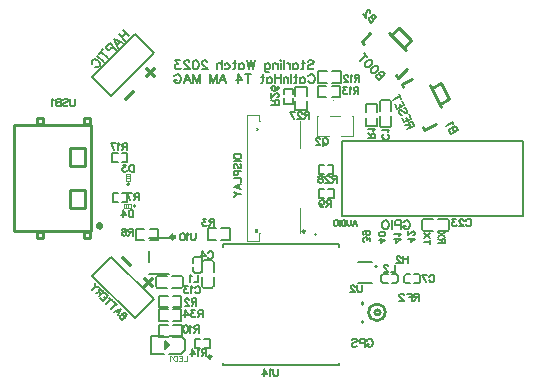
<source format=gbo>
G04 Layer: BottomSilkscreenLayer*
G04 Panelize: , Column: 1, Row: 1, Board Size: 43.14mm x 33.02mm, Panelized Board Size: 43.14mm x 33.02mm*
G04 EasyEDA v6.5.39, 2023-12-15 19:25:59*
G04 3b811ad68a954a9fa16293bbb790c8b3,9a4ed40c0dd746429eaf55b84663d2fb,10*
G04 Gerber Generator version 0.2*
G04 Scale: 100 percent, Rotated: No, Reflected: No *
G04 Dimensions in millimeters *
G04 leading zeros omitted , absolute positions ,4 integer and 5 decimal *
%FSLAX45Y45*%
%MOMM*%

%ADD10C,0.1270*%
%ADD11C,0.1524*%
%ADD12C,0.3000*%
%ADD13C,0.1000*%
%ADD14C,0.0500*%
%ADD15C,0.1520*%
%ADD16C,0.1250*%
%ADD17C,0.0100*%
%ADD18C,0.1500*%
%ADD19C,0.2540*%
%ADD20C,0.2500*%
%ADD21C,0.0136*%

%LPD*%
D10*
X1209073Y-634337D02*
G01*
X1212253Y-627974D01*
X1218618Y-621609D01*
X1224981Y-618426D01*
X1237708Y-618426D01*
X1244071Y-621609D01*
X1250436Y-627974D01*
X1253616Y-634337D01*
X1256799Y-643882D01*
X1256799Y-659790D01*
X1253616Y-669335D01*
X1250436Y-675700D01*
X1244071Y-682063D01*
X1237708Y-685246D01*
X1224981Y-685246D01*
X1218618Y-682063D01*
X1212253Y-675700D01*
X1209073Y-669335D01*
X1209073Y-659790D01*
X1224981Y-659790D02*
G01*
X1209073Y-659790D01*
X1188072Y-618426D02*
G01*
X1188072Y-685246D01*
X1188072Y-618426D02*
G01*
X1159436Y-618426D01*
X1149891Y-621609D01*
X1146708Y-624791D01*
X1143528Y-631154D01*
X1143528Y-640699D01*
X1146708Y-647064D01*
X1149891Y-650245D01*
X1159436Y-653427D01*
X1188072Y-653427D01*
X1077981Y-627974D02*
G01*
X1084346Y-621609D01*
X1093891Y-618426D01*
X1106617Y-618426D01*
X1116162Y-621609D01*
X1122527Y-627974D01*
X1122527Y-634337D01*
X1119344Y-640699D01*
X1116162Y-643882D01*
X1109799Y-647064D01*
X1090709Y-653427D01*
X1084346Y-656610D01*
X1081163Y-659790D01*
X1077981Y-666155D01*
X1077981Y-675700D01*
X1084346Y-682063D01*
X1093891Y-685246D01*
X1106617Y-685246D01*
X1116162Y-682063D01*
X1122527Y-675700D01*
D11*
X1361099Y1620199D02*
G01*
X1313853Y1572953D01*
X1361099Y1620199D02*
G01*
X1340850Y1640448D01*
X1331851Y1644949D01*
X1327353Y1644949D01*
X1320601Y1642699D01*
X1316103Y1638200D01*
X1313853Y1631449D01*
X1313853Y1626951D01*
X1318351Y1617952D01*
X1338602Y1597703D02*
G01*
X1318351Y1617952D01*
X1309352Y1622450D01*
X1304853Y1622450D01*
X1298102Y1620199D01*
X1291353Y1613451D01*
X1289103Y1606702D01*
X1289103Y1602201D01*
X1293604Y1593202D01*
X1313853Y1572953D01*
X1301254Y1680047D02*
G01*
X1303502Y1673298D01*
X1303502Y1664299D01*
X1301254Y1657548D01*
X1296753Y1648548D01*
X1285504Y1637299D01*
X1276504Y1632800D01*
X1269756Y1630550D01*
X1260756Y1630550D01*
X1254005Y1632800D01*
X1245006Y1641800D01*
X1242755Y1648548D01*
X1242755Y1657548D01*
X1245006Y1664299D01*
X1249507Y1673298D01*
X1260756Y1684548D01*
X1269756Y1689046D01*
X1276504Y1691297D01*
X1285504Y1691297D01*
X1292252Y1689046D01*
X1301254Y1680047D01*
X1250406Y1730895D02*
G01*
X1252656Y1724144D01*
X1252656Y1715145D01*
X1250406Y1708396D01*
X1245905Y1699397D01*
X1234655Y1688147D01*
X1225656Y1683646D01*
X1218907Y1681398D01*
X1209908Y1681398D01*
X1203159Y1683646D01*
X1194158Y1692645D01*
X1191910Y1699397D01*
X1191910Y1708396D01*
X1194158Y1715145D01*
X1198659Y1724144D01*
X1209908Y1735394D01*
X1218907Y1739894D01*
X1225656Y1742145D01*
X1234655Y1742145D01*
X1241407Y1739894D01*
X1250406Y1730895D01*
X1197310Y1783991D02*
G01*
X1150061Y1736745D01*
X1213058Y1768243D02*
G01*
X1181559Y1799742D01*
D10*
X705406Y1728878D02*
G01*
X712678Y1736153D01*
X723587Y1739788D01*
X738134Y1739788D01*
X749043Y1736153D01*
X756315Y1728878D01*
X756315Y1721606D01*
X752678Y1714334D01*
X749043Y1710697D01*
X741768Y1707062D01*
X719952Y1699788D01*
X712678Y1696153D01*
X709043Y1692516D01*
X705406Y1685244D01*
X705406Y1674334D01*
X712678Y1667062D01*
X723587Y1663425D01*
X738134Y1663425D01*
X749043Y1667062D01*
X756315Y1674334D01*
X670496Y1739788D02*
G01*
X670496Y1677972D01*
X666861Y1667062D01*
X659587Y1663425D01*
X652315Y1663425D01*
X681405Y1714334D02*
G01*
X655952Y1714334D01*
X584680Y1714334D02*
G01*
X584680Y1663425D01*
X584680Y1703425D02*
G01*
X591952Y1710697D01*
X599224Y1714334D01*
X610133Y1714334D01*
X617405Y1710697D01*
X624679Y1703425D01*
X628314Y1692516D01*
X628314Y1685244D01*
X624679Y1674334D01*
X617405Y1667062D01*
X610133Y1663425D01*
X599224Y1663425D01*
X591952Y1667062D01*
X584680Y1674334D01*
X560679Y1714334D02*
G01*
X560679Y1663425D01*
X560679Y1692516D02*
G01*
X557042Y1703425D01*
X549770Y1710697D01*
X542498Y1714334D01*
X531588Y1714334D01*
X507588Y1739788D02*
G01*
X507588Y1663425D01*
X483588Y1739788D02*
G01*
X479953Y1736153D01*
X476316Y1739788D01*
X479953Y1743425D01*
X483588Y1739788D01*
X479953Y1714334D02*
G01*
X479953Y1663425D01*
X452315Y1714334D02*
G01*
X452315Y1663425D01*
X452315Y1699788D02*
G01*
X441406Y1710697D01*
X434134Y1714334D01*
X423224Y1714334D01*
X415952Y1710697D01*
X412315Y1699788D01*
X412315Y1663425D01*
X344680Y1714334D02*
G01*
X344680Y1656153D01*
X348315Y1645244D01*
X351952Y1641607D01*
X359224Y1637972D01*
X370133Y1637972D01*
X377405Y1641607D01*
X344680Y1703425D02*
G01*
X351952Y1710697D01*
X359224Y1714334D01*
X370133Y1714334D01*
X377405Y1710697D01*
X384680Y1703425D01*
X388315Y1692516D01*
X388315Y1685244D01*
X384680Y1674334D01*
X377405Y1667062D01*
X370133Y1663425D01*
X359224Y1663425D01*
X351952Y1667062D01*
X344680Y1674334D01*
X264680Y1739788D02*
G01*
X246499Y1663425D01*
X228315Y1739788D02*
G01*
X246499Y1663425D01*
X228315Y1739788D02*
G01*
X210134Y1663425D01*
X191952Y1739788D02*
G01*
X210134Y1663425D01*
X124317Y1714334D02*
G01*
X124317Y1663425D01*
X124317Y1703425D02*
G01*
X131589Y1710697D01*
X138861Y1714334D01*
X149771Y1714334D01*
X157043Y1710697D01*
X164317Y1703425D01*
X167952Y1692516D01*
X167952Y1685244D01*
X164317Y1674334D01*
X157043Y1667062D01*
X149771Y1663425D01*
X138861Y1663425D01*
X131589Y1667062D01*
X124317Y1674334D01*
X89408Y1739788D02*
G01*
X89408Y1677972D01*
X85770Y1667062D01*
X78498Y1663425D01*
X71226Y1663425D01*
X100317Y1714334D02*
G01*
X74861Y1714334D01*
X3589Y1703425D02*
G01*
X10863Y1710697D01*
X18135Y1714334D01*
X29044Y1714334D01*
X36316Y1710697D01*
X43588Y1703425D01*
X47226Y1692516D01*
X47226Y1685244D01*
X43588Y1674334D01*
X36316Y1667062D01*
X29044Y1663425D01*
X18135Y1663425D01*
X10863Y1667062D01*
X3589Y1674334D01*
X-20411Y1739788D02*
G01*
X-20411Y1663425D01*
X-20411Y1699788D02*
G01*
X-31318Y1710697D01*
X-38592Y1714334D01*
X-49502Y1714334D01*
X-56774Y1710697D01*
X-60411Y1699788D01*
X-60411Y1663425D01*
X-144045Y1721606D02*
G01*
X-144045Y1725244D01*
X-147683Y1732516D01*
X-151317Y1736153D01*
X-158592Y1739788D01*
X-173136Y1739788D01*
X-180411Y1736153D01*
X-184045Y1732516D01*
X-187683Y1725244D01*
X-187683Y1717972D01*
X-184045Y1710697D01*
X-176773Y1699788D01*
X-140411Y1663425D01*
X-191317Y1663425D01*
X-237136Y1739788D02*
G01*
X-226227Y1736153D01*
X-218955Y1725244D01*
X-215318Y1707062D01*
X-215318Y1696153D01*
X-218955Y1677972D01*
X-226227Y1667062D01*
X-237136Y1663425D01*
X-244408Y1663425D01*
X-255318Y1667062D01*
X-262592Y1677972D01*
X-266227Y1696153D01*
X-266227Y1707062D01*
X-262592Y1725244D01*
X-255318Y1736153D01*
X-244408Y1739788D01*
X-237136Y1739788D01*
X-293865Y1721606D02*
G01*
X-293865Y1725244D01*
X-297500Y1732516D01*
X-301137Y1736153D01*
X-308409Y1739788D01*
X-322955Y1739788D01*
X-330227Y1736153D01*
X-333865Y1732516D01*
X-337499Y1725244D01*
X-337499Y1717972D01*
X-333865Y1710697D01*
X-326590Y1699788D01*
X-290228Y1663425D01*
X-341137Y1663425D01*
X-372409Y1739788D02*
G01*
X-412409Y1739788D01*
X-390591Y1710697D01*
X-401500Y1710697D01*
X-408772Y1707062D01*
X-412409Y1703425D01*
X-416046Y1692516D01*
X-416046Y1685244D01*
X-412409Y1674334D01*
X-405137Y1667062D01*
X-394228Y1663425D01*
X-383319Y1663425D01*
X-372409Y1667062D01*
X-368772Y1670697D01*
X-365137Y1677972D01*
X711951Y1604241D02*
G01*
X715589Y1611513D01*
X722861Y1618787D01*
X730135Y1622422D01*
X744679Y1622422D01*
X751951Y1618787D01*
X759226Y1611513D01*
X762861Y1604241D01*
X766498Y1593331D01*
X766498Y1575150D01*
X762861Y1564241D01*
X759226Y1556969D01*
X751951Y1549696D01*
X744679Y1546059D01*
X730135Y1546059D01*
X722861Y1549696D01*
X715589Y1556969D01*
X711951Y1564241D01*
X644316Y1596969D02*
G01*
X644316Y1546059D01*
X644316Y1586059D02*
G01*
X651588Y1593331D01*
X658863Y1596969D01*
X669770Y1596969D01*
X677044Y1593331D01*
X684316Y1586059D01*
X687953Y1575150D01*
X687953Y1567878D01*
X684316Y1556969D01*
X677044Y1549696D01*
X669770Y1546059D01*
X658863Y1546059D01*
X651588Y1549696D01*
X644316Y1556969D01*
X609406Y1622422D02*
G01*
X609406Y1560606D01*
X605772Y1549696D01*
X598498Y1546059D01*
X591225Y1546059D01*
X620316Y1596969D02*
G01*
X594862Y1596969D01*
X567225Y1622422D02*
G01*
X567225Y1546059D01*
X543227Y1596969D02*
G01*
X543227Y1546059D01*
X543227Y1582422D02*
G01*
X532317Y1593331D01*
X525043Y1596969D01*
X514134Y1596969D01*
X506862Y1593331D01*
X503227Y1582422D01*
X503227Y1546059D01*
X479226Y1622422D02*
G01*
X479226Y1546059D01*
X428317Y1622422D02*
G01*
X428317Y1546059D01*
X479226Y1586059D02*
G01*
X428317Y1586059D01*
X360679Y1596969D02*
G01*
X360679Y1546059D01*
X360679Y1586059D02*
G01*
X367954Y1593331D01*
X375226Y1596969D01*
X386135Y1596969D01*
X393407Y1593331D01*
X400679Y1586059D01*
X404317Y1575150D01*
X404317Y1567878D01*
X400679Y1556969D01*
X393407Y1549696D01*
X386135Y1546059D01*
X375226Y1546059D01*
X367954Y1549696D01*
X360679Y1556969D01*
X325772Y1622422D02*
G01*
X325772Y1560606D01*
X322135Y1549696D01*
X314863Y1546059D01*
X307588Y1546059D01*
X336682Y1596969D02*
G01*
X311226Y1596969D01*
X202135Y1622422D02*
G01*
X202135Y1546059D01*
X227589Y1622422D02*
G01*
X176682Y1622422D01*
X116316Y1622422D02*
G01*
X152681Y1571513D01*
X98135Y1571513D01*
X116316Y1622422D02*
G01*
X116316Y1546059D01*
X-10955Y1622422D02*
G01*
X18135Y1546059D01*
X-10955Y1622422D02*
G01*
X-40045Y1546059D01*
X7226Y1571513D02*
G01*
X-29136Y1571513D01*
X-64046Y1622422D02*
G01*
X-64046Y1546059D01*
X-64046Y1622422D02*
G01*
X-93136Y1546059D01*
X-122227Y1622422D02*
G01*
X-93136Y1546059D01*
X-122227Y1622422D02*
G01*
X-122227Y1546059D01*
X-202227Y1622422D02*
G01*
X-202227Y1546059D01*
X-202227Y1622422D02*
G01*
X-231317Y1546059D01*
X-260408Y1622422D02*
G01*
X-231317Y1546059D01*
X-260408Y1622422D02*
G01*
X-260408Y1546059D01*
X-313499Y1622422D02*
G01*
X-284408Y1546059D01*
X-313499Y1622422D02*
G01*
X-342590Y1546059D01*
X-295318Y1571513D02*
G01*
X-331680Y1571513D01*
X-421134Y1604241D02*
G01*
X-417499Y1611513D01*
X-410227Y1618787D01*
X-402953Y1622422D01*
X-388409Y1622422D01*
X-381134Y1618787D01*
X-373862Y1611513D01*
X-370227Y1604241D01*
X-366590Y1593331D01*
X-366590Y1575150D01*
X-370227Y1564241D01*
X-373862Y1556969D01*
X-381134Y1549696D01*
X-388409Y1546059D01*
X-402953Y1546059D01*
X-410227Y1549696D01*
X-417499Y1556969D01*
X-421134Y1564241D01*
X-421134Y1575150D01*
X-402953Y1575150D02*
G01*
X-421134Y1575150D01*
D11*
X1609732Y1185148D02*
G01*
X1549676Y1155857D01*
X1609732Y1185148D02*
G01*
X1597179Y1210886D01*
X1590136Y1218072D01*
X1585879Y1219537D01*
X1578767Y1219606D01*
X1573047Y1216817D01*
X1568724Y1211168D01*
X1567258Y1206914D01*
X1568582Y1196939D01*
X1581134Y1171201D01*
X1571370Y1191219D02*
G01*
X1530149Y1195895D01*
X1581000Y1244061D02*
G01*
X1520944Y1214770D01*
X1581000Y1244061D02*
G01*
X1562867Y1281239D01*
X1552402Y1230111D02*
G01*
X1541244Y1252989D01*
X1520944Y1214770D02*
G01*
X1502811Y1251945D01*
X1525557Y1335966D02*
G01*
X1534063Y1333035D01*
X1541109Y1325852D01*
X1546689Y1314411D01*
X1548013Y1304437D01*
X1545081Y1295928D01*
X1539364Y1293139D01*
X1532249Y1293207D01*
X1527992Y1294673D01*
X1522343Y1298999D01*
X1508257Y1313367D01*
X1502605Y1317693D01*
X1498353Y1319159D01*
X1491236Y1319227D01*
X1482658Y1315041D01*
X1479727Y1306535D01*
X1481053Y1296560D01*
X1486634Y1285120D01*
X1493674Y1277937D01*
X1502186Y1275006D01*
X1524929Y1359024D02*
G01*
X1464873Y1329733D01*
X1524929Y1359024D02*
G01*
X1506796Y1396202D01*
X1496331Y1345077D02*
G01*
X1485171Y1367955D01*
X1464873Y1329733D02*
G01*
X1446738Y1366911D01*
X1487827Y1435094D02*
G01*
X1427772Y1405806D01*
X1497589Y1415077D02*
G01*
X1478064Y1455112D01*
D10*
X1870443Y190799D02*
G01*
X1813168Y190799D01*
X1870443Y190799D02*
G01*
X1870443Y215346D01*
X1867715Y223527D01*
X1864987Y226253D01*
X1859534Y228980D01*
X1854078Y228980D01*
X1848624Y226253D01*
X1845896Y223527D01*
X1843168Y215346D01*
X1843168Y190799D01*
X1843168Y209890D02*
G01*
X1813168Y228980D01*
X1870443Y246981D02*
G01*
X1813168Y285163D01*
X1870443Y285163D02*
G01*
X1813168Y246981D01*
X1745343Y201190D02*
G01*
X1688068Y201190D01*
X1745343Y182100D02*
G01*
X1745343Y220281D01*
X1745343Y238282D02*
G01*
X1688068Y276463D01*
X1745343Y276463D02*
G01*
X1688068Y238282D01*
X1616341Y225272D02*
G01*
X1578160Y198000D01*
X1578160Y238909D01*
X1616341Y225272D02*
G01*
X1559067Y225272D01*
X1602704Y259636D02*
G01*
X1605432Y259636D01*
X1610885Y262364D01*
X1613613Y265092D01*
X1616341Y270545D01*
X1616341Y281454D01*
X1613613Y286910D01*
X1610885Y289636D01*
X1605432Y292364D01*
X1599976Y292364D01*
X1594523Y289636D01*
X1586341Y284182D01*
X1559067Y256910D01*
X1559067Y295092D01*
X1493039Y223474D02*
G01*
X1454858Y196202D01*
X1454858Y237111D01*
X1493039Y223474D02*
G01*
X1435765Y223474D01*
X1482130Y255112D02*
G01*
X1484858Y260565D01*
X1493039Y268747D01*
X1435765Y268747D01*
X1364340Y219870D02*
G01*
X1326159Y192598D01*
X1326159Y233507D01*
X1364340Y219870D02*
G01*
X1307066Y219870D01*
X1364340Y267870D02*
G01*
X1361612Y259689D01*
X1353431Y254233D01*
X1339794Y251508D01*
X1331612Y251508D01*
X1317975Y254233D01*
X1309794Y259689D01*
X1307066Y267870D01*
X1307066Y273324D01*
X1309794Y281508D01*
X1317975Y286961D01*
X1331612Y289689D01*
X1339794Y289689D01*
X1353431Y286961D01*
X1361612Y281508D01*
X1364340Y273324D01*
X1364340Y267870D01*
X1233540Y208854D02*
G01*
X1233540Y238853D01*
X1211722Y222491D01*
X1211722Y230672D01*
X1208994Y236128D01*
X1206266Y238853D01*
X1198084Y241581D01*
X1192631Y241581D01*
X1184450Y238853D01*
X1178994Y233400D01*
X1176266Y225219D01*
X1176266Y217037D01*
X1178994Y208854D01*
X1181722Y206128D01*
X1187175Y203400D01*
X1214450Y295036D02*
G01*
X1206266Y292310D01*
X1200812Y286854D01*
X1198084Y278673D01*
X1198084Y275945D01*
X1200812Y267764D01*
X1206266Y262310D01*
X1214450Y259582D01*
X1217175Y259582D01*
X1225359Y262310D01*
X1230812Y267764D01*
X1233540Y275945D01*
X1233540Y278673D01*
X1230812Y286854D01*
X1225359Y292310D01*
X1214450Y295036D01*
X1200812Y295036D01*
X1187175Y292310D01*
X1178994Y286854D01*
X1176266Y278673D01*
X1176266Y273217D01*
X1178994Y265036D01*
X1184450Y262310D01*
D12*
X-668688Y-170893D02*
G01*
X-610834Y-113040D01*
X-668688Y-113040D02*
G01*
X-610834Y-170893D01*
X-856693Y66804D02*
G01*
X-798840Y8950D01*
X-592294Y1604403D02*
G01*
X-650148Y1662264D01*
X-650148Y1604403D02*
G01*
X-592294Y1662264D01*
X-829995Y1416400D02*
G01*
X-772142Y1474251D01*
D11*
X1517449Y367644D02*
G01*
X1521086Y374916D01*
X1528358Y382191D01*
X1535633Y385826D01*
X1550177Y385826D01*
X1557449Y382191D01*
X1564723Y374916D01*
X1568358Y367644D01*
X1571995Y356735D01*
X1571995Y338554D01*
X1568358Y327644D01*
X1564723Y320372D01*
X1557449Y313100D01*
X1550177Y309463D01*
X1535633Y309463D01*
X1528358Y313100D01*
X1521086Y320372D01*
X1517449Y327644D01*
X1517449Y338554D01*
X1535633Y338554D02*
G01*
X1517449Y338554D01*
X1493451Y385826D02*
G01*
X1493451Y309463D01*
X1493451Y385826D02*
G01*
X1460723Y385826D01*
X1449814Y382191D01*
X1446176Y378553D01*
X1442542Y371281D01*
X1442542Y360372D01*
X1446176Y353100D01*
X1449814Y349463D01*
X1460723Y345826D01*
X1493451Y345826D01*
X1418541Y385826D02*
G01*
X1418541Y309463D01*
X1372722Y385826D02*
G01*
X1379997Y382191D01*
X1387269Y374916D01*
X1390906Y367644D01*
X1394541Y356735D01*
X1394541Y338554D01*
X1390906Y327644D01*
X1387269Y320372D01*
X1379997Y313100D01*
X1372722Y309463D01*
X1358178Y309463D01*
X1350906Y313100D01*
X1343632Y320372D01*
X1339997Y327644D01*
X1336360Y338554D01*
X1336360Y356735D01*
X1339997Y367644D01*
X1343632Y374916D01*
X1350906Y382191D01*
X1358178Y385826D01*
X1372722Y385826D01*
D10*
X1555856Y83205D02*
G01*
X1555856Y22593D01*
X1515447Y83205D02*
G01*
X1515447Y22593D01*
X1555856Y54343D02*
G01*
X1515447Y54343D01*
X1493512Y68773D02*
G01*
X1493512Y71661D01*
X1490624Y77434D01*
X1487738Y80319D01*
X1481965Y83205D01*
X1470421Y83205D01*
X1464647Y80319D01*
X1461762Y77434D01*
X1458874Y71661D01*
X1458874Y65887D01*
X1461762Y60114D01*
X1467533Y51455D01*
X1496397Y22593D01*
X1455988Y22593D01*
D11*
X1105616Y388553D02*
G01*
X1123797Y340827D01*
X1105616Y388553D02*
G01*
X1087434Y340827D01*
X1116980Y356735D02*
G01*
X1094252Y356735D01*
X1072433Y388553D02*
G01*
X1072433Y354462D01*
X1070160Y347644D01*
X1065616Y343098D01*
X1058799Y340827D01*
X1054252Y340827D01*
X1047435Y343098D01*
X1042888Y347644D01*
X1040615Y354462D01*
X1040615Y388553D01*
X1025616Y388553D02*
G01*
X1025616Y340827D01*
X1025616Y388553D02*
G01*
X1009705Y388553D01*
X1002888Y386280D01*
X998344Y381736D01*
X996071Y377189D01*
X993797Y370372D01*
X993797Y359008D01*
X996071Y352191D01*
X998344Y347644D01*
X1002888Y343098D01*
X1009705Y340827D01*
X1025616Y340827D01*
X978799Y388553D02*
G01*
X978799Y340827D01*
X950160Y388553D02*
G01*
X954707Y386280D01*
X959251Y381736D01*
X961524Y377189D01*
X963797Y370372D01*
X963797Y359008D01*
X961524Y352191D01*
X959251Y347644D01*
X954707Y343098D01*
X950160Y340827D01*
X941070Y340827D01*
X936525Y343098D01*
X931979Y347644D01*
X929706Y352191D01*
X927435Y359008D01*
X927435Y370372D01*
X929706Y377189D01*
X931979Y381736D01*
X936525Y386280D01*
X941070Y388553D01*
X950160Y388553D01*
X-821187Y-418886D02*
G01*
X-861684Y-459384D01*
X-821187Y-418886D02*
G01*
X-838542Y-401530D01*
X-846256Y-397672D01*
X-850112Y-397672D01*
X-855898Y-399600D01*
X-859756Y-403458D01*
X-861684Y-409244D01*
X-861684Y-413100D01*
X-857826Y-420814D01*
X-840470Y-438170D02*
G01*
X-857826Y-420814D01*
X-865540Y-416958D01*
X-869398Y-416958D01*
X-875184Y-418886D01*
X-880968Y-424672D01*
X-882898Y-430456D01*
X-882898Y-434314D01*
X-879040Y-442028D01*
X-861684Y-459384D01*
X-876340Y-363733D02*
G01*
X-901410Y-419658D01*
X-876340Y-363733D02*
G01*
X-932266Y-388802D01*
X-893696Y-400372D02*
G01*
X-912982Y-381088D01*
X-917996Y-322077D02*
G01*
X-958494Y-362574D01*
X-904496Y-335577D02*
G01*
X-931494Y-308576D01*
X-957722Y-282351D02*
G01*
X-998220Y-322849D01*
X-944222Y-295849D02*
G01*
X-971222Y-268851D01*
X-983950Y-256123D02*
G01*
X-1024448Y-296621D01*
X-983950Y-256123D02*
G01*
X-1009020Y-231053D01*
X-1003233Y-275407D02*
G01*
X-1018661Y-259981D01*
X-1024448Y-296621D02*
G01*
X-1049517Y-271551D01*
X-1021748Y-218325D02*
G01*
X-1062245Y-258823D01*
X-1021748Y-218325D02*
G01*
X-1039103Y-200969D01*
X-1046817Y-197111D01*
X-1050673Y-197111D01*
X-1056459Y-199042D01*
X-1060317Y-202897D01*
X-1062245Y-208683D01*
X-1062245Y-212539D01*
X-1058387Y-220253D01*
X-1041031Y-237609D01*
X-1054531Y-224111D02*
G01*
X-1089243Y-231825D01*
X-1061473Y-178600D02*
G01*
X-1096185Y-182455D01*
X-1117399Y-203669D01*
X-1092329Y-147744D02*
G01*
X-1096185Y-182455D01*
X-858680Y1995678D02*
G01*
X-804684Y1941682D01*
X-894679Y1959681D02*
G01*
X-840681Y1905683D01*
X-832967Y1969965D02*
G01*
X-868967Y1933968D01*
X-932220Y1922139D02*
G01*
X-857653Y1888713D01*
X-932220Y1922139D02*
G01*
X-898794Y1847573D01*
X-883366Y1898997D02*
G01*
X-909078Y1873285D01*
X-969761Y1884598D02*
G01*
X-915763Y1830603D01*
X-969761Y1884598D02*
G01*
X-992903Y1861456D01*
X-998044Y1851172D01*
X-998044Y1846028D01*
X-995474Y1838317D01*
X-987760Y1830603D01*
X-980046Y1828030D01*
X-974902Y1828030D01*
X-964618Y1833173D01*
X-941476Y1856315D01*
X-1040729Y1813631D02*
G01*
X-986731Y1759635D01*
X-1022731Y1831629D02*
G01*
X-1058727Y1795632D01*
X-1075697Y1778662D02*
G01*
X-1021702Y1724665D01*
X-1118382Y1710265D02*
G01*
X-1120952Y1717979D01*
X-1120952Y1728264D01*
X-1118382Y1735978D01*
X-1108097Y1746262D01*
X-1100383Y1748835D01*
X-1090096Y1748835D01*
X-1082382Y1746262D01*
X-1072098Y1741121D01*
X-1059240Y1728264D01*
X-1054100Y1717979D01*
X-1051526Y1710265D01*
X-1051526Y1699981D01*
X-1054100Y1692267D01*
X-1064384Y1681980D01*
X-1072098Y1679409D01*
X-1082382Y1679409D01*
X-1090096Y1681980D01*
D10*
X-234889Y-276697D02*
G01*
X-234889Y-337309D01*
X-234889Y-276697D02*
G01*
X-260865Y-276697D01*
X-269524Y-279582D01*
X-272412Y-282468D01*
X-275297Y-288241D01*
X-275297Y-294015D01*
X-272412Y-299788D01*
X-269524Y-302674D01*
X-260865Y-305559D01*
X-234889Y-305559D01*
X-255094Y-305559D02*
G01*
X-275297Y-337309D01*
X-297233Y-291129D02*
G01*
X-297233Y-288241D01*
X-300121Y-282468D01*
X-303006Y-279582D01*
X-308780Y-276697D01*
X-320324Y-276697D01*
X-326097Y-279582D01*
X-328983Y-282468D01*
X-331871Y-288241D01*
X-331871Y-294015D01*
X-328983Y-299788D01*
X-323212Y-308447D01*
X-294347Y-337309D01*
X-334756Y-337309D01*
X-182999Y-376001D02*
G01*
X-182999Y-436613D01*
X-182999Y-376001D02*
G01*
X-208975Y-376001D01*
X-217634Y-378886D01*
X-220522Y-381772D01*
X-223408Y-387545D01*
X-223408Y-393319D01*
X-220522Y-399092D01*
X-217634Y-401977D01*
X-208975Y-404863D01*
X-182999Y-404863D01*
X-203205Y-404863D02*
G01*
X-223408Y-436613D01*
X-248231Y-376001D02*
G01*
X-279981Y-376001D01*
X-262663Y-399092D01*
X-271322Y-399092D01*
X-277093Y-401977D01*
X-279981Y-404863D01*
X-282867Y-413522D01*
X-282867Y-419295D01*
X-279981Y-427954D01*
X-274208Y-433727D01*
X-265549Y-436613D01*
X-256890Y-436613D01*
X-248231Y-433727D01*
X-245343Y-430842D01*
X-242458Y-425069D01*
X-330781Y-376001D02*
G01*
X-301917Y-416410D01*
X-345213Y-416410D01*
X-330781Y-376001D02*
G01*
X-330781Y-436613D01*
X861235Y1084254D02*
G01*
X866960Y1081389D01*
X872688Y1075662D01*
X875553Y1069936D01*
X878415Y1061344D01*
X878415Y1047026D01*
X875553Y1038435D01*
X872688Y1032708D01*
X866960Y1026980D01*
X861235Y1024117D01*
X849779Y1024117D01*
X844052Y1026980D01*
X838324Y1032708D01*
X835461Y1038435D01*
X832596Y1047026D01*
X832596Y1061344D01*
X835461Y1069936D01*
X838324Y1075662D01*
X844052Y1081389D01*
X849779Y1084254D01*
X861235Y1084254D01*
X852642Y1035573D02*
G01*
X835461Y1018390D01*
X810834Y1069936D02*
G01*
X810834Y1072799D01*
X807971Y1078527D01*
X805106Y1081389D01*
X799378Y1084254D01*
X787925Y1084254D01*
X782198Y1081389D01*
X779332Y1078527D01*
X776470Y1072799D01*
X776470Y1067071D01*
X779332Y1061344D01*
X785060Y1052753D01*
X813696Y1024117D01*
X773607Y1024117D01*
X903759Y556011D02*
G01*
X903759Y495399D01*
X903759Y556011D02*
G01*
X877783Y556011D01*
X869124Y553125D01*
X866236Y550240D01*
X863351Y544466D01*
X863351Y538693D01*
X866236Y532919D01*
X869124Y530034D01*
X877783Y527149D01*
X903759Y527149D01*
X883554Y527149D02*
G01*
X863351Y495399D01*
X806777Y535807D02*
G01*
X809665Y527149D01*
X815436Y521375D01*
X824095Y518490D01*
X826983Y518490D01*
X835642Y521375D01*
X841415Y527149D01*
X844301Y535807D01*
X844301Y538693D01*
X841415Y547352D01*
X835642Y553125D01*
X826983Y556011D01*
X824095Y556011D01*
X815436Y553125D01*
X809665Y547352D01*
X806777Y535807D01*
X806777Y521375D01*
X809665Y506943D01*
X815436Y498284D01*
X824095Y495399D01*
X829868Y495399D01*
X838527Y498284D01*
X841415Y504057D01*
X460110Y1365214D02*
G01*
X399498Y1365214D01*
X460110Y1365214D02*
G01*
X460110Y1391191D01*
X457225Y1399849D01*
X454339Y1402737D01*
X448566Y1405623D01*
X442793Y1405623D01*
X437019Y1402737D01*
X434134Y1399849D01*
X431248Y1391191D01*
X431248Y1365214D01*
X431248Y1385420D02*
G01*
X399498Y1405623D01*
X445678Y1427558D02*
G01*
X448566Y1427558D01*
X454339Y1430446D01*
X457225Y1433332D01*
X460110Y1439105D01*
X460110Y1450649D01*
X457225Y1456423D01*
X454339Y1459308D01*
X448566Y1462196D01*
X442793Y1462196D01*
X437019Y1459308D01*
X428360Y1453537D01*
X399498Y1424673D01*
X399498Y1465082D01*
X451451Y1518770D02*
G01*
X457225Y1515882D01*
X460110Y1507223D01*
X460110Y1501449D01*
X457225Y1492791D01*
X448566Y1487020D01*
X434134Y1484132D01*
X419701Y1484132D01*
X408157Y1487020D01*
X402384Y1492791D01*
X399498Y1501449D01*
X399498Y1504337D01*
X402384Y1512996D01*
X408157Y1518770D01*
X416816Y1521655D01*
X419701Y1521655D01*
X428360Y1518770D01*
X434134Y1512996D01*
X437019Y1504337D01*
X437019Y1501449D01*
X434134Y1492791D01*
X428360Y1487020D01*
X419701Y1484132D01*
X954298Y763676D02*
G01*
X954298Y703064D01*
X954298Y763676D02*
G01*
X928321Y763676D01*
X919662Y760790D01*
X916774Y757905D01*
X913889Y752132D01*
X913889Y746358D01*
X916774Y740585D01*
X919662Y737699D01*
X928321Y734814D01*
X954298Y734814D01*
X934092Y734814D02*
G01*
X913889Y703064D01*
X891954Y749244D02*
G01*
X891954Y752132D01*
X889066Y757905D01*
X886180Y760790D01*
X880407Y763676D01*
X868862Y763676D01*
X863089Y760790D01*
X860204Y757905D01*
X857316Y752132D01*
X857316Y746358D01*
X860204Y740585D01*
X865974Y731926D01*
X894839Y703064D01*
X854430Y703064D01*
X820948Y763676D02*
G01*
X829607Y760790D01*
X832492Y755017D01*
X832492Y749244D01*
X829607Y743473D01*
X823833Y740585D01*
X812289Y737699D01*
X803630Y734814D01*
X797857Y729040D01*
X794971Y723267D01*
X794971Y714608D01*
X797857Y708835D01*
X800742Y705949D01*
X809404Y703064D01*
X820948Y703064D01*
X829607Y705949D01*
X832492Y708835D01*
X835380Y714608D01*
X835380Y723267D01*
X832492Y729040D01*
X826721Y734814D01*
X818062Y737699D01*
X806516Y740585D01*
X800742Y743473D01*
X797857Y749244D01*
X797857Y755017D01*
X800742Y760790D01*
X809404Y763676D01*
X820948Y763676D01*
X-764791Y856300D02*
G01*
X-764791Y796163D01*
X-764791Y856300D02*
G01*
X-784837Y856300D01*
X-793427Y853434D01*
X-799155Y847707D01*
X-802017Y841982D01*
X-804882Y833389D01*
X-804882Y819071D01*
X-802017Y810480D01*
X-799155Y804753D01*
X-793427Y799026D01*
X-784837Y796163D01*
X-764791Y796163D01*
X-829510Y856300D02*
G01*
X-861009Y856300D01*
X-843828Y833389D01*
X-852418Y833389D01*
X-858146Y830526D01*
X-861009Y827661D01*
X-863874Y819071D01*
X-863874Y813343D01*
X-861009Y804753D01*
X-855281Y799026D01*
X-846691Y796163D01*
X-838100Y796163D01*
X-829510Y799026D01*
X-826645Y801890D01*
X-823782Y807618D01*
X-769312Y473445D02*
G01*
X-769312Y413308D01*
X-769312Y473445D02*
G01*
X-789358Y473445D01*
X-797948Y470580D01*
X-803676Y464853D01*
X-806538Y459127D01*
X-809404Y450535D01*
X-809404Y436217D01*
X-806538Y427626D01*
X-803676Y421899D01*
X-797948Y416172D01*
X-789358Y413308D01*
X-769312Y413308D01*
X-856940Y473445D02*
G01*
X-828304Y433354D01*
X-871258Y433354D01*
X-856940Y473445D02*
G01*
X-856940Y413308D01*
D13*
X-311099Y-760442D02*
G01*
X-311099Y-808169D01*
X-311099Y-808169D02*
G01*
X-338371Y-808169D01*
X-353372Y-760442D02*
G01*
X-353372Y-808169D01*
X-353372Y-760442D02*
G01*
X-382917Y-760442D01*
X-353372Y-783170D02*
G01*
X-371553Y-783170D01*
X-353372Y-808169D02*
G01*
X-382917Y-808169D01*
X-397916Y-760442D02*
G01*
X-397916Y-808169D01*
X-397916Y-760442D02*
G01*
X-413826Y-760442D01*
X-420644Y-762716D01*
X-425190Y-767260D01*
X-427461Y-771806D01*
X-429734Y-778624D01*
X-429734Y-789988D01*
X-427461Y-796805D01*
X-425190Y-801352D01*
X-420644Y-805898D01*
X-413826Y-808169D01*
X-397916Y-808169D01*
X-444736Y-769533D02*
G01*
X-449280Y-767260D01*
X-456097Y-760442D01*
X-456097Y-808169D01*
D10*
X-1264079Y1412072D02*
G01*
X-1264079Y1368778D01*
X-1266964Y1360119D01*
X-1272738Y1354345D01*
X-1281396Y1351460D01*
X-1287170Y1351460D01*
X-1295829Y1354345D01*
X-1301602Y1360119D01*
X-1304488Y1368778D01*
X-1304488Y1412072D01*
X-1363946Y1403413D02*
G01*
X-1358173Y1409186D01*
X-1349514Y1412072D01*
X-1337970Y1412072D01*
X-1329311Y1409186D01*
X-1323538Y1403413D01*
X-1323538Y1397640D01*
X-1326423Y1391869D01*
X-1329311Y1388981D01*
X-1335084Y1386095D01*
X-1352402Y1380322D01*
X-1358173Y1377436D01*
X-1361061Y1374551D01*
X-1363946Y1368778D01*
X-1363946Y1360119D01*
X-1358173Y1354345D01*
X-1349514Y1351460D01*
X-1337970Y1351460D01*
X-1329311Y1354345D01*
X-1323538Y1360119D01*
X-1382996Y1412072D02*
G01*
X-1382996Y1351460D01*
X-1382996Y1412072D02*
G01*
X-1408973Y1412072D01*
X-1417634Y1409186D01*
X-1420520Y1406301D01*
X-1423405Y1400528D01*
X-1423405Y1394754D01*
X-1420520Y1388981D01*
X-1417634Y1386095D01*
X-1408973Y1383210D01*
X-1382996Y1383210D02*
G01*
X-1408973Y1383210D01*
X-1417634Y1380322D01*
X-1420520Y1377436D01*
X-1423405Y1371663D01*
X-1423405Y1363004D01*
X-1420520Y1357231D01*
X-1417634Y1354345D01*
X-1408973Y1351460D01*
X-1382996Y1351460D01*
X-1442455Y1400528D02*
G01*
X-1448229Y1403413D01*
X-1456888Y1412072D01*
X-1456888Y1351460D01*
X-240362Y274921D02*
G01*
X-240362Y231487D01*
X-243156Y222851D01*
X-248998Y217263D01*
X-257634Y214215D01*
X-263476Y214215D01*
X-272112Y217263D01*
X-277700Y222851D01*
X-280748Y231487D01*
X-280748Y274921D01*
X-299798Y263237D02*
G01*
X-305640Y266285D01*
X-314276Y274921D01*
X-314276Y214215D01*
X-350598Y274921D02*
G01*
X-341962Y272127D01*
X-336120Y263237D01*
X-333326Y249013D01*
X-333326Y240377D01*
X-336120Y225899D01*
X-341962Y217263D01*
X-350598Y214215D01*
X-356440Y214215D01*
X-365076Y217263D01*
X-370664Y225899D01*
X-373712Y240377D01*
X-373712Y249013D01*
X-370664Y263237D01*
X-365076Y272127D01*
X-356440Y274921D01*
X-350598Y274921D01*
X-722833Y613757D02*
G01*
X-722833Y553145D01*
X-722833Y613757D02*
G01*
X-748809Y613757D01*
X-757468Y610872D01*
X-760356Y607987D01*
X-763242Y602213D01*
X-763242Y596440D01*
X-760356Y590666D01*
X-757468Y587781D01*
X-748809Y584895D01*
X-722833Y584895D01*
X-743038Y584895D02*
G01*
X-763242Y553145D01*
X-822700Y613757D02*
G01*
X-793838Y553145D01*
X-782292Y613757D02*
G01*
X-822700Y613757D01*
X-825649Y1037269D02*
G01*
X-825649Y976657D01*
X-825649Y1037269D02*
G01*
X-851626Y1037269D01*
X-860285Y1034384D01*
X-863173Y1031499D01*
X-866058Y1025725D01*
X-866058Y1019952D01*
X-863173Y1014178D01*
X-860285Y1011293D01*
X-851626Y1008407D01*
X-825649Y1008407D01*
X-845855Y1008407D02*
G01*
X-866058Y976657D01*
X-885108Y1025725D02*
G01*
X-890882Y1028611D01*
X-899540Y1037269D01*
X-899540Y976657D01*
X-958999Y1037269D02*
G01*
X-930135Y976657D01*
X-918590Y1037269D02*
G01*
X-958999Y1037269D01*
X82054Y944072D02*
G01*
X142666Y944072D01*
X82054Y944072D02*
G01*
X82054Y923866D01*
X84940Y915207D01*
X90713Y909436D01*
X96486Y906548D01*
X105145Y903663D01*
X119575Y903663D01*
X128236Y906548D01*
X134007Y909436D01*
X139781Y915207D01*
X142666Y923866D01*
X142666Y944072D01*
X82054Y884613D02*
G01*
X142666Y884613D01*
X90713Y825154D02*
G01*
X84940Y830927D01*
X82054Y839586D01*
X82054Y851131D01*
X84940Y859789D01*
X90713Y865563D01*
X96486Y865563D01*
X102257Y862677D01*
X105145Y859789D01*
X108031Y854016D01*
X113804Y836698D01*
X116690Y830927D01*
X119575Y828039D01*
X125349Y825154D01*
X134007Y825154D01*
X139781Y830927D01*
X142666Y839586D01*
X142666Y851131D01*
X139781Y859789D01*
X134007Y865563D01*
X82054Y806104D02*
G01*
X142666Y806104D01*
X82054Y806104D02*
G01*
X82054Y780127D01*
X84940Y771466D01*
X87825Y768581D01*
X93599Y765695D01*
X102257Y765695D01*
X108031Y768581D01*
X110916Y771466D01*
X113804Y780127D01*
X113804Y806104D01*
X82054Y746645D02*
G01*
X142666Y746645D01*
X142666Y746645D02*
G01*
X142666Y712007D01*
X82054Y669866D02*
G01*
X142666Y692957D01*
X82054Y669866D02*
G01*
X142666Y646777D01*
X122463Y684298D02*
G01*
X122463Y655436D01*
X82054Y627727D02*
G01*
X110916Y604636D01*
X142666Y604636D01*
X82054Y581545D02*
G01*
X110916Y604636D01*
D13*
X277101Y283809D02*
G01*
X258051Y296509D01*
X277101Y296509D02*
G01*
X258051Y283809D01*
X277101Y302605D02*
G01*
X258051Y315305D01*
X277101Y315305D02*
G01*
X258051Y302605D01*
D14*
X287007Y1161115D02*
G01*
X267957Y1153749D01*
X287007Y1161115D02*
G01*
X267957Y1168481D01*
X274307Y1156543D02*
G01*
X274307Y1165687D01*
D10*
X457456Y-872916D02*
G01*
X457459Y-916211D01*
X454571Y-924869D01*
X448797Y-930643D01*
X440138Y-933531D01*
X434365Y-933528D01*
X425706Y-930643D01*
X419933Y-924869D01*
X417047Y-916211D01*
X417047Y-872916D01*
X397997Y-884461D02*
G01*
X392224Y-881573D01*
X383565Y-872916D01*
X383565Y-933528D01*
X335650Y-872916D02*
G01*
X364515Y-913325D01*
X321221Y-913325D01*
X335650Y-872916D02*
G01*
X335650Y-933528D01*
X1652524Y-235412D02*
G01*
X1652524Y-302232D01*
X1652524Y-235412D02*
G01*
X1623888Y-235412D01*
X1614342Y-238594D01*
X1611160Y-241777D01*
X1607977Y-248140D01*
X1607977Y-254505D01*
X1611160Y-260868D01*
X1614342Y-264050D01*
X1623888Y-267230D01*
X1652524Y-267230D01*
X1630250Y-267230D02*
G01*
X1607977Y-302232D01*
X1586979Y-235412D02*
G01*
X1586979Y-302232D01*
X1586979Y-235412D02*
G01*
X1545615Y-235412D01*
X1586979Y-267230D02*
G01*
X1561523Y-267230D01*
X1521434Y-251322D02*
G01*
X1521434Y-248140D01*
X1518251Y-241777D01*
X1515069Y-238594D01*
X1508706Y-235412D01*
X1495978Y-235412D01*
X1489616Y-238594D01*
X1486433Y-241777D01*
X1483250Y-248140D01*
X1483250Y-254505D01*
X1486433Y-260868D01*
X1492796Y-270413D01*
X1524614Y-302232D01*
X1480070Y-302232D01*
X1166855Y-165788D02*
G01*
X1166855Y-208744D01*
X1163993Y-217335D01*
X1158265Y-223062D01*
X1149675Y-225925D01*
X1143947Y-225925D01*
X1135354Y-223062D01*
X1129629Y-217335D01*
X1126764Y-208744D01*
X1126764Y-165788D01*
X1105001Y-180106D02*
G01*
X1105001Y-177243D01*
X1102136Y-171516D01*
X1099273Y-168653D01*
X1093546Y-165788D01*
X1082093Y-165788D01*
X1076365Y-168653D01*
X1073500Y-171516D01*
X1070637Y-177243D01*
X1070637Y-182971D01*
X1073500Y-188699D01*
X1079228Y-197289D01*
X1107864Y-225925D01*
X1067772Y-225925D01*
X1443667Y9773D02*
G01*
X1443667Y-50363D01*
X1443667Y-50363D02*
G01*
X1409303Y-50363D01*
X1387541Y-4544D02*
G01*
X1387541Y-1681D01*
X1384675Y4046D01*
X1381813Y6908D01*
X1376085Y9773D01*
X1364630Y9773D01*
X1358905Y6908D01*
X1356039Y4046D01*
X1353177Y-1681D01*
X1353177Y-7409D01*
X1356039Y-13136D01*
X1361767Y-21727D01*
X1390403Y-50363D01*
X1350312Y-50363D01*
X1143767Y1616905D02*
G01*
X1143767Y1556293D01*
X1143767Y1616905D02*
G01*
X1117790Y1616905D01*
X1109131Y1614020D01*
X1106243Y1611132D01*
X1103358Y1605361D01*
X1103358Y1599587D01*
X1106243Y1593814D01*
X1109131Y1590929D01*
X1117790Y1588043D01*
X1143767Y1588043D01*
X1123561Y1588043D02*
G01*
X1103358Y1556293D01*
X1084308Y1605361D02*
G01*
X1078534Y1608246D01*
X1069875Y1616905D01*
X1069875Y1556293D01*
X1047940Y1602473D02*
G01*
X1047940Y1605361D01*
X1045052Y1611132D01*
X1042167Y1614020D01*
X1036393Y1616905D01*
X1024849Y1616905D01*
X1019075Y1614020D01*
X1016190Y1611132D01*
X1013302Y1605361D01*
X1013302Y1599587D01*
X1016190Y1593814D01*
X1021963Y1585155D01*
X1050825Y1556293D01*
X1010417Y1556293D01*
X2047999Y382371D02*
G01*
X2050884Y388145D01*
X2056658Y393918D01*
X2062429Y396803D01*
X2073976Y396803D01*
X2079749Y393918D01*
X2085520Y388145D01*
X2088408Y382371D01*
X2091293Y373712D01*
X2091293Y359282D01*
X2088408Y350621D01*
X2085520Y344850D01*
X2079749Y339077D01*
X2073976Y336191D01*
X2062429Y336191D01*
X2056658Y339077D01*
X2050884Y344850D01*
X2047999Y350621D01*
X2026061Y382371D02*
G01*
X2026061Y385259D01*
X2023176Y391032D01*
X2020288Y393918D01*
X2014517Y396803D01*
X2002970Y396803D01*
X1997199Y393918D01*
X1994311Y391032D01*
X1991426Y385259D01*
X1991426Y379486D01*
X1994311Y373712D01*
X2000084Y365053D01*
X2028949Y336191D01*
X1988538Y336191D01*
X1963717Y396803D02*
G01*
X1931967Y396803D01*
X1949284Y373712D01*
X1940626Y373712D01*
X1934852Y370827D01*
X1931967Y367941D01*
X1929079Y359282D01*
X1929079Y353509D01*
X1931967Y344850D01*
X1937738Y339077D01*
X1946399Y336191D01*
X1955058Y336191D01*
X1963717Y339077D01*
X1966602Y341962D01*
X1969488Y347736D01*
X-139306Y107551D02*
G01*
X-136420Y113324D01*
X-130647Y119098D01*
X-124876Y121983D01*
X-113329Y121983D01*
X-107556Y119098D01*
X-101785Y113324D01*
X-98897Y107551D01*
X-96011Y98892D01*
X-96011Y84462D01*
X-98897Y75801D01*
X-101785Y70030D01*
X-107556Y64256D01*
X-113329Y61371D01*
X-124876Y61371D01*
X-130647Y64256D01*
X-136420Y70030D01*
X-139306Y75801D01*
X-187220Y121983D02*
G01*
X-158356Y81574D01*
X-201653Y81574D01*
X-187220Y121983D02*
G01*
X-187220Y61371D01*
X1736483Y-91051D02*
G01*
X1739369Y-85277D01*
X1745142Y-79504D01*
X1750913Y-76619D01*
X1762460Y-76619D01*
X1768233Y-79504D01*
X1774004Y-85277D01*
X1776892Y-91051D01*
X1779777Y-99710D01*
X1779777Y-114139D01*
X1776892Y-122801D01*
X1774004Y-128572D01*
X1768233Y-134345D01*
X1762460Y-137231D01*
X1750913Y-137231D01*
X1745142Y-134345D01*
X1739369Y-128572D01*
X1736483Y-122801D01*
X1677022Y-76619D02*
G01*
X1705886Y-137231D01*
X1717433Y-76619D02*
G01*
X1677022Y-76619D01*
X-247594Y-187947D02*
G01*
X-244706Y-182173D01*
X-238935Y-176400D01*
X-233161Y-173517D01*
X-221617Y-173517D01*
X-215841Y-176403D01*
X-210070Y-182176D01*
X-207182Y-187949D01*
X-204297Y-196608D01*
X-204297Y-211038D01*
X-207182Y-219699D01*
X-210070Y-225470D01*
X-215841Y-231244D01*
X-221615Y-234127D01*
X-233164Y-234127D01*
X-238932Y-231244D01*
X-244706Y-225470D01*
X-247594Y-219699D01*
X-266641Y-185059D02*
G01*
X-272415Y-182176D01*
X-281073Y-173517D01*
X-281073Y-234127D01*
X-305897Y-173517D02*
G01*
X-337649Y-173517D01*
X-320332Y-196606D01*
X-328988Y-196606D01*
X-334761Y-199494D01*
X-337647Y-202377D01*
X-340532Y-211035D01*
X-340535Y-216811D01*
X-337649Y-225470D01*
X-331873Y-231244D01*
X-323215Y-234129D01*
X-314556Y-234127D01*
X-305897Y-231241D01*
X-303014Y-228358D01*
X-300123Y-222582D01*
X-150312Y-705413D02*
G01*
X-150312Y-766025D01*
X-150312Y-705413D02*
G01*
X-176288Y-705413D01*
X-184947Y-708299D01*
X-187835Y-711184D01*
X-190720Y-716958D01*
X-190720Y-722731D01*
X-187835Y-728505D01*
X-184947Y-731390D01*
X-176288Y-734275D01*
X-150312Y-734275D01*
X-170517Y-734275D02*
G01*
X-190720Y-766025D01*
X-209770Y-716958D02*
G01*
X-215544Y-714072D01*
X-224203Y-705413D01*
X-224203Y-766025D01*
X-272117Y-705413D02*
G01*
X-243253Y-745822D01*
X-286547Y-745822D01*
X-272117Y-705413D02*
G01*
X-272117Y-766025D01*
X-219900Y-76301D02*
G01*
X-219900Y-136913D01*
X-219900Y-136913D02*
G01*
X-254535Y-136913D01*
X-273585Y-87845D02*
G01*
X-279359Y-84960D01*
X-288018Y-76301D01*
X-288018Y-136913D01*
X-85854Y397583D02*
G01*
X-85852Y336971D01*
X-85854Y397583D02*
G01*
X-111828Y397586D01*
X-120489Y394698D01*
X-123375Y391812D01*
X-126263Y386039D01*
X-126260Y380265D01*
X-123375Y374492D01*
X-120487Y371607D01*
X-111828Y368721D01*
X-85852Y368721D01*
X-106057Y368721D02*
G01*
X-126260Y336969D01*
X-151084Y397586D02*
G01*
X-182834Y397586D01*
X-165516Y374495D01*
X-174175Y374492D01*
X-179946Y371607D01*
X-182834Y368719D01*
X-185719Y360062D01*
X-185719Y354289D01*
X-182834Y345627D01*
X-177060Y339857D01*
X-168402Y336971D01*
X-159743Y336969D01*
X-151084Y339857D01*
X-148198Y342742D01*
X-145310Y348515D01*
X719719Y1302113D02*
G01*
X719719Y1241501D01*
X719719Y1302113D02*
G01*
X693742Y1302113D01*
X685083Y1299227D01*
X682195Y1296339D01*
X679310Y1290568D01*
X679310Y1284795D01*
X682195Y1279022D01*
X685083Y1276136D01*
X693742Y1273251D01*
X719719Y1273251D01*
X699513Y1273251D02*
G01*
X679310Y1241501D01*
X657374Y1287680D02*
G01*
X657374Y1290568D01*
X654486Y1296339D01*
X651601Y1299227D01*
X645828Y1302113D01*
X634283Y1302113D01*
X628510Y1299227D01*
X625624Y1296339D01*
X622736Y1290568D01*
X622736Y1284795D01*
X625624Y1279022D01*
X631395Y1270363D01*
X660260Y1241501D01*
X619851Y1241501D01*
X560392Y1302113D02*
G01*
X589254Y1241501D01*
X600801Y1302113D02*
G01*
X560392Y1302113D01*
X1288475Y2102434D02*
G01*
X1245615Y2059576D01*
X1288475Y2102434D02*
G01*
X1270106Y2120803D01*
X1261943Y2124885D01*
X1257858Y2124885D01*
X1251737Y2122843D01*
X1247655Y2118761D01*
X1245615Y2112639D01*
X1245615Y2108558D01*
X1249697Y2100394D01*
X1268064Y2082025D02*
G01*
X1249697Y2100394D01*
X1241534Y2104476D01*
X1237452Y2104476D01*
X1231328Y2102434D01*
X1225204Y2096312D01*
X1223164Y2090188D01*
X1223164Y2086107D01*
X1227246Y2077946D01*
X1245615Y2059576D01*
X1234186Y2136315D02*
G01*
X1236225Y2138357D01*
X1238265Y2144478D01*
X1238265Y2148560D01*
X1236225Y2154681D01*
X1228062Y2162848D01*
X1221938Y2164890D01*
X1217856Y2164887D01*
X1211734Y2162848D01*
X1207653Y2158766D01*
X1205613Y2152642D01*
X1203571Y2142436D01*
X1203571Y2101618D01*
X1174996Y2130193D01*
X1136576Y1512036D02*
G01*
X1136576Y1451424D01*
X1136576Y1512036D02*
G01*
X1110599Y1512036D01*
X1101940Y1509151D01*
X1099052Y1506263D01*
X1096167Y1500492D01*
X1096167Y1494718D01*
X1099052Y1488945D01*
X1101940Y1486060D01*
X1110599Y1483174D01*
X1136576Y1483174D01*
X1116370Y1483174D02*
G01*
X1096167Y1451424D01*
X1077117Y1500492D02*
G01*
X1071344Y1503377D01*
X1062685Y1512036D01*
X1062685Y1451424D01*
X1037861Y1512036D02*
G01*
X1006111Y1512036D01*
X1023432Y1488945D01*
X1014773Y1488945D01*
X1008999Y1486060D01*
X1006111Y1483174D01*
X1003226Y1474515D01*
X1003226Y1468742D01*
X1006111Y1460083D01*
X1011885Y1454310D01*
X1020544Y1451424D01*
X1029202Y1451424D01*
X1037861Y1454310D01*
X1040749Y1457195D01*
X1043635Y1462968D01*
D11*
X1977029Y1147505D02*
G01*
X1918586Y1115110D01*
X1977029Y1147505D02*
G01*
X1963145Y1172550D01*
X1955733Y1179357D01*
X1951408Y1180597D01*
X1944298Y1180297D01*
X1938733Y1177211D01*
X1934712Y1171343D01*
X1933473Y1167018D01*
X1935314Y1157127D01*
X1949201Y1132080D02*
G01*
X1935314Y1157127D01*
X1927908Y1163932D01*
X1923580Y1165171D01*
X1916470Y1164869D01*
X1908124Y1160241D01*
X1904100Y1154374D01*
X1902861Y1150051D01*
X1904705Y1140157D01*
X1918586Y1115110D01*
X1934118Y1198661D02*
G01*
X1933818Y1205771D01*
X1937539Y1218747D01*
X1879097Y1186352D01*
D10*
X1384218Y1112398D02*
G01*
X1390058Y1109604D01*
X1395902Y1103762D01*
X1398694Y1097920D01*
X1398694Y1086490D01*
X1395900Y1080648D01*
X1390060Y1075060D01*
X1384218Y1072012D01*
X1375580Y1069218D01*
X1361102Y1069218D01*
X1352466Y1072012D01*
X1346624Y1075060D01*
X1341036Y1080648D01*
X1337988Y1086490D01*
X1337988Y1097920D01*
X1341036Y1103762D01*
X1346626Y1109604D01*
X1352468Y1112398D01*
X1387264Y1131450D02*
G01*
X1390058Y1137290D01*
X1398694Y1145926D01*
X1337988Y1145926D01*
X1275427Y1080993D02*
G01*
X1214719Y1080993D01*
X1275427Y1080993D02*
G01*
X1275427Y1106901D01*
X1272631Y1115534D01*
X1269583Y1118585D01*
X1263997Y1121379D01*
X1258155Y1121379D01*
X1252313Y1118585D01*
X1249519Y1115537D01*
X1246471Y1106901D01*
X1246471Y1080993D01*
X1246471Y1101059D02*
G01*
X1214721Y1121379D01*
X1263997Y1140429D02*
G01*
X1266791Y1146271D01*
X1275427Y1154907D01*
X1214721Y1154907D01*
X-770381Y314266D02*
G01*
X-770381Y253654D01*
X-770381Y314266D02*
G01*
X-796358Y314266D01*
X-805017Y311381D01*
X-807905Y308495D01*
X-810790Y302722D01*
X-810790Y296948D01*
X-807905Y291175D01*
X-805017Y288289D01*
X-796358Y285404D01*
X-770381Y285404D01*
X-790587Y285404D02*
G01*
X-810790Y253654D01*
X-864476Y305607D02*
G01*
X-861590Y311381D01*
X-852931Y314266D01*
X-847158Y314266D01*
X-838499Y311381D01*
X-832726Y302722D01*
X-829840Y288289D01*
X-829840Y273857D01*
X-832726Y262313D01*
X-838499Y256539D01*
X-847158Y253654D01*
X-850046Y253654D01*
X-858705Y256539D01*
X-864476Y262313D01*
X-867364Y270972D01*
X-867364Y273857D01*
X-864476Y282516D01*
X-858705Y288289D01*
X-850046Y291175D01*
X-847158Y291175D01*
X-838499Y288289D01*
X-832726Y282516D01*
X-829840Y273857D01*
X-213001Y-505315D02*
G01*
X-213001Y-565927D01*
X-213001Y-505315D02*
G01*
X-238978Y-505315D01*
X-247637Y-508200D01*
X-250525Y-511086D01*
X-253410Y-516859D01*
X-253410Y-522632D01*
X-250525Y-528406D01*
X-247637Y-531291D01*
X-238978Y-534177D01*
X-213001Y-534177D01*
X-233207Y-534177D02*
G01*
X-253410Y-565927D01*
X-272460Y-516859D02*
G01*
X-278234Y-513974D01*
X-286893Y-505315D01*
X-286893Y-565927D01*
X-323260Y-505315D02*
G01*
X-314601Y-508200D01*
X-308828Y-516859D01*
X-305943Y-531291D01*
X-305943Y-539950D01*
X-308828Y-554382D01*
X-314601Y-563041D01*
X-323260Y-565927D01*
X-329034Y-565927D01*
X-337693Y-563041D01*
X-343466Y-554382D01*
X-346351Y-539950D01*
X-346351Y-531291D01*
X-343466Y-516859D01*
X-337693Y-508200D01*
X-329034Y-505315D01*
X-323260Y-505315D01*
D15*
X993195Y1055199D02*
G01*
X993195Y420199D01*
X2529895Y420199D01*
X2529895Y1055199D01*
X993195Y1055199D01*
X-1118425Y-83916D02*
G01*
X-759216Y-443125D01*
X-597573Y-281482D01*
X-956782Y77726D01*
X-1118425Y-83916D01*
X-758614Y1960521D02*
G01*
X-1117823Y1601312D01*
X-956180Y1439669D01*
X-596971Y1798878D01*
X-758614Y1960521D01*
D11*
X-478919Y-251940D02*
G01*
X-550722Y-251940D01*
X-550722Y-351660D01*
X-478919Y-351660D01*
X-433677Y-251940D02*
G01*
X-361873Y-251940D01*
X-361873Y-351660D01*
X-433677Y-351660D01*
X-433377Y-469259D02*
G01*
X-361574Y-469259D01*
X-361574Y-369539D01*
X-433377Y-369539D01*
X-478619Y-469259D02*
G01*
X-550423Y-469259D01*
X-550423Y-369539D01*
X-478619Y-369539D01*
D16*
X792634Y1266697D02*
G01*
X786897Y1266697D01*
X786897Y1101597D01*
X982629Y1266697D02*
G01*
X895964Y1266697D01*
X990963Y1101597D02*
G01*
X1091697Y1101597D01*
X1091697Y1266697D01*
X1085956Y1266697D01*
X786897Y1101597D02*
G01*
X887630Y1101597D01*
D11*
X881517Y652559D02*
G01*
X927069Y652559D01*
X927069Y574438D01*
X881517Y574438D01*
X848278Y652559D02*
G01*
X802726Y652559D01*
X802726Y574438D01*
X848278Y574438D01*
X502739Y1450317D02*
G01*
X502739Y1495869D01*
X580859Y1495869D01*
X580859Y1450317D01*
X502739Y1417078D02*
G01*
X502739Y1371526D01*
X580859Y1371526D01*
X580859Y1417078D01*
X878217Y857458D02*
G01*
X923770Y857458D01*
X923770Y779338D01*
X878217Y779338D01*
X844979Y857458D02*
G01*
X799426Y857458D01*
X799426Y779338D01*
X844979Y779338D01*
D17*
X-827453Y719904D02*
G01*
X-797455Y719904D01*
X-797455Y779899D01*
X-827453Y779899D01*
X-827453Y719904D01*
X-827453Y741164D02*
G01*
X-797455Y741164D01*
X-797455Y758664D01*
X-827453Y758664D01*
X-827453Y741164D01*
X-791613Y491583D02*
G01*
X-791613Y521581D01*
X-851608Y521581D01*
X-851608Y491583D01*
X-791613Y491583D01*
X-812873Y491583D02*
G01*
X-812873Y521581D01*
X-830374Y521581D01*
X-830374Y491583D01*
X-812873Y491583D01*
D18*
X-505038Y-703447D02*
G01*
X-504047Y-703447D01*
X-471037Y-670445D01*
X-505038Y-635444D02*
G01*
X-505038Y-636445D01*
X-471037Y-670445D01*
X-505038Y-635444D02*
G01*
X-505038Y-703447D01*
X-507042Y-595442D02*
G01*
X-622048Y-595442D01*
X-507042Y-745454D02*
G01*
X-622048Y-745454D01*
X-622048Y-595447D02*
G01*
X-622048Y-743445D01*
X-469041Y-745683D02*
G01*
X-364030Y-745683D01*
X-334035Y-705672D02*
G01*
X-334035Y-715675D01*
X-364030Y-745683D01*
X-334035Y-635680D02*
G01*
X-334035Y-705672D01*
X-334035Y-635680D02*
G01*
X-334035Y-625665D01*
X-364030Y-595670D01*
X-469041Y-595670D02*
G01*
X-364030Y-595670D01*
X-505038Y-670445D02*
G01*
X-471037Y-670445D01*
D19*
X-1777311Y296892D02*
G01*
X-1127300Y296892D01*
X-1127300Y1190896D01*
X-1777311Y1190896D01*
X-1777311Y296892D01*
X-1589224Y235882D02*
G01*
X-1538424Y235882D01*
X-1538424Y286682D01*
X-1589224Y286682D01*
X-1589224Y235882D01*
X-1589199Y1201082D02*
G01*
X-1538399Y1201082D01*
X-1538399Y1251882D01*
X-1589199Y1251882D01*
X-1589199Y1201082D01*
X-1185339Y1201082D02*
G01*
X-1134539Y1201082D01*
X-1134539Y1251882D01*
X-1185339Y1251882D01*
X-1185339Y1201082D01*
X-1185339Y235882D02*
G01*
X-1134539Y235882D01*
X-1134539Y286682D01*
X-1185339Y286682D01*
X-1185339Y235882D01*
X-1309824Y489882D02*
G01*
X-1182824Y489882D01*
X-1182824Y642282D01*
X-1309824Y642282D01*
X-1309824Y489882D01*
X-1309824Y845482D02*
G01*
X-1182824Y845482D01*
X-1182824Y997882D01*
X-1309824Y997882D01*
X-1309824Y845482D01*
D11*
X-465043Y231868D02*
G01*
X-635284Y231868D01*
X-465043Y-73372D02*
G01*
X-635284Y-73372D01*
X-635284Y31607D02*
G01*
X-635284Y126888D01*
X-898936Y542439D02*
G01*
X-944488Y542439D01*
X-944488Y620560D01*
X-898936Y620560D01*
X-865698Y542439D02*
G01*
X-820145Y542439D01*
X-820145Y620560D01*
X-865698Y620560D01*
X-869254Y955332D02*
G01*
X-823701Y955332D01*
X-823701Y877211D01*
X-869254Y877211D01*
X-902492Y955332D02*
G01*
X-948044Y955332D01*
X-948044Y877211D01*
X-902492Y877211D01*
D16*
X638591Y273860D02*
G01*
X644116Y273860D01*
X644116Y487189D01*
X305259Y1223858D02*
G01*
X294116Y1223858D01*
X294116Y1273860D01*
X194116Y1273860D01*
X194116Y213857D01*
X644116Y1000516D02*
G01*
X644116Y1223858D01*
X638586Y1223858D01*
X194116Y213857D02*
G01*
X294116Y213857D01*
X294116Y273860D01*
X305262Y273860D01*
D11*
X-11463Y-819840D02*
G01*
X-11463Y-842611D01*
X-11463Y-842611D01*
X973777Y-842611D01*
X973777Y-842611D01*
X973777Y-819840D01*
X-11463Y159857D02*
G01*
X-11463Y182628D01*
X-11463Y182628D01*
X973777Y182628D01*
X973777Y182628D01*
X973777Y159857D01*
D19*
X1168145Y-310324D02*
G01*
X1168145Y-320885D01*
X1168145Y-467113D02*
G01*
X1168145Y-477674D01*
D11*
X1250950Y31803D02*
G01*
X1135710Y31803D01*
X1250950Y-143436D02*
G01*
X1135710Y-143436D01*
X1416921Y-69397D02*
G01*
X1453766Y-69397D01*
X1469006Y-84637D01*
X1469006Y-132278D01*
X1453766Y-147518D01*
X1416921Y-147518D01*
X1383682Y-69397D02*
G01*
X1346837Y-69397D01*
X1331597Y-84637D01*
X1331597Y-132278D01*
X1346837Y-147518D01*
X1383682Y-147518D01*
X913152Y1546136D02*
G01*
X984956Y1546136D01*
X984956Y1645856D01*
X913152Y1645856D01*
X867910Y1546136D02*
G01*
X796107Y1546136D01*
X796107Y1645856D01*
X867910Y1645856D01*
X1891426Y297837D02*
G01*
X1812416Y297837D01*
X1812416Y397558D02*
G01*
X1891426Y397558D01*
X1906666Y382318D02*
G01*
X1906666Y313077D01*
X1688165Y297837D02*
G01*
X1767174Y297837D01*
X1767174Y397558D02*
G01*
X1688165Y397558D01*
X1672925Y382318D02*
G01*
X1672925Y313077D01*
X-88440Y30231D02*
G01*
X-88440Y-48778D01*
X-188160Y-48778D02*
G01*
X-188160Y30231D01*
X-172920Y45471D02*
G01*
X-103680Y45471D01*
X-88440Y-173029D02*
G01*
X-88440Y-94020D01*
X-188160Y-94020D02*
G01*
X-188160Y-173029D01*
X-172920Y-188269D02*
G01*
X-103680Y-188269D01*
X1646298Y-149550D02*
G01*
X1609453Y-149550D01*
X1609453Y-71429D02*
G01*
X1646298Y-71429D01*
X1661538Y-86669D02*
G01*
X1661538Y-134310D01*
X1539369Y-149550D02*
G01*
X1576214Y-149550D01*
X1576214Y-71429D02*
G01*
X1539369Y-71429D01*
X1524129Y-86669D02*
G01*
X1524129Y-134310D01*
X-362468Y-189059D02*
G01*
X-441477Y-189059D01*
X-441477Y-89339D02*
G01*
X-362468Y-89339D01*
X-347228Y-104581D02*
G01*
X-347228Y-173817D01*
X-565729Y-189059D02*
G01*
X-486719Y-189059D01*
X-486719Y-89339D02*
G01*
X-565729Y-89339D01*
X-580969Y-104581D02*
G01*
X-580969Y-173817D01*
X-168038Y-619561D02*
G01*
X-122486Y-619561D01*
X-122486Y-697682D01*
X-168038Y-697682D01*
X-201277Y-619561D02*
G01*
X-246829Y-619561D01*
X-246829Y-697682D01*
X-201277Y-697682D01*
X-185938Y-8219D02*
G01*
X-185938Y-45064D01*
X-201178Y-60304D01*
X-248818Y-60304D01*
X-264058Y-45064D01*
X-264058Y-8219D01*
X-185938Y25019D02*
G01*
X-185938Y61864D01*
X-201178Y77104D01*
X-248818Y77104D01*
X-264058Y61864D01*
X-264058Y25019D01*
X-68341Y321640D02*
G01*
X-140144Y321640D01*
X-140144Y221919D01*
X-68341Y221919D01*
X-23098Y321640D02*
G01*
X48704Y321640D01*
X48704Y221919D01*
X-23098Y221919D01*
X602937Y1393974D02*
G01*
X602937Y1322171D01*
X702657Y1322171D01*
X702657Y1393974D01*
X602937Y1439217D02*
G01*
X602937Y1511020D01*
X702657Y1511020D01*
X702657Y1439217D01*
D19*
X1479100Y2014809D02*
G01*
X1416237Y1951946D01*
X1585168Y1908743D02*
G01*
X1522305Y1845878D01*
X1585168Y1908743D02*
G01*
X1479100Y2014809D01*
X1543083Y1825101D02*
G01*
X1395463Y1972726D01*
X1181821Y1881032D02*
G01*
X1163942Y1898914D01*
X1235786Y1970758D01*
X1545983Y1670296D02*
G01*
X1469273Y1593585D01*
X1451394Y1611464D01*
D11*
X865116Y1525206D02*
G01*
X793313Y1525206D01*
X793313Y1425486D01*
X865116Y1425486D01*
X910358Y1525206D02*
G01*
X982162Y1525206D01*
X982162Y1425486D01*
X910358Y1425486D01*
D19*
X1837928Y1545823D02*
G01*
X1758025Y1506855D01*
X1903686Y1411003D02*
G01*
X1823783Y1372034D01*
X1903686Y1411003D02*
G01*
X1837928Y1545823D01*
X1836663Y1345623D02*
G01*
X1745145Y1533265D01*
X1513296Y1516123D02*
G01*
X1502209Y1538848D01*
X1593527Y1583387D01*
X1789005Y1198305D02*
G01*
X1691500Y1150749D01*
X1680413Y1173474D01*
D11*
X1415445Y1390888D02*
G01*
X1415445Y1311879D01*
X1315725Y1311876D02*
G01*
X1315725Y1390888D01*
X1330965Y1406128D02*
G01*
X1400205Y1406128D01*
X1415445Y1187627D02*
G01*
X1415445Y1266639D01*
X1315725Y1266637D02*
G01*
X1315725Y1187627D01*
X1330965Y1172387D02*
G01*
X1400205Y1172387D01*
X1296065Y1300449D02*
G01*
X1296065Y1372252D01*
X1196345Y1372252D01*
X1196345Y1300446D01*
X1296065Y1255209D02*
G01*
X1296065Y1183403D01*
X1196345Y1183403D01*
X1196345Y1255207D01*
X-675576Y314368D02*
G01*
X-747379Y314368D01*
X-747379Y214647D01*
X-675576Y214647D01*
X-630334Y314368D02*
G01*
X-558530Y314368D01*
X-558530Y214647D01*
X-630334Y214647D01*
X-477420Y-501837D02*
G01*
X-549224Y-501837D01*
X-549224Y-601558D01*
X-477420Y-601558D01*
X-432178Y-501837D02*
G01*
X-360375Y-501837D01*
X-360375Y-601558D01*
X-432178Y-601558D01*
G75*
G01*
X1891426Y397558D02*
G02*
X1906666Y382318I0J-15240D01*
G75*
G01*
X1906666Y313078D02*
G02*
X1891426Y297838I-15240J0D01*
G75*
G01*
X1688165Y397558D02*
G03*
X1672925Y382318I0J-15240D01*
G75*
G01*
X1672925Y313078D02*
G03*
X1688165Y297838I15240J0D01*
G75*
G01*
X-188161Y30231D02*
G02*
X-172921Y45471I15240J0D01*
G75*
G01*
X-103680Y45471D02*
G02*
X-88440Y30231I0J-15240D01*
G75*
G01*
X-188161Y-173030D02*
G03*
X-172921Y-188270I15240J0D01*
G75*
G01*
X-103680Y-188270D02*
G03*
X-88440Y-173030I0J15240D01*
G75*
G01*
X1646298Y-71430D02*
G02*
X1661538Y-86670I0J-15240D01*
G75*
G01*
X1661538Y-134310D02*
G02*
X1646298Y-149550I-15240J0D01*
G75*
G01*
X1539370Y-71430D02*
G03*
X1524130Y-86670I0J-15240D01*
G75*
G01*
X1524130Y-134310D02*
G03*
X1539370Y-149550I15240J0D01*
G75*
G01*
X-362468Y-89339D02*
G02*
X-347228Y-104582I0J-15240D01*
G75*
G01*
X-347228Y-173817D02*
G02*
X-362468Y-189060I-15240J-3D01*
G75*
G01*
X-565729Y-89339D02*
G03*
X-580969Y-104582I0J-15240D01*
G75*
G01*
X-580969Y-173817D02*
G03*
X-565729Y-189060I15240J-3D01*
G75*
G01*
X1315725Y1390889D02*
G02*
X1330965Y1406129I15240J0D01*
G75*
G01*
X1400205Y1406129D02*
G02*
X1415445Y1390889I0J-15240D01*
G75*
G01*
X1315725Y1187628D02*
G03*
X1330965Y1172388I15240J0D01*
G75*
G01*
X1400205Y1172388D02*
G03*
X1415445Y1187628I0J15240D01*
D13*
G75*
G01
X779351Y264279D02*
G03X779351Y264279I-6604J0D01*
G75*
G01
X685371Y193921D02*
G03X685371Y193921I-5842J0D01*
D18*
G75*
G01
X-748942Y505960D02*
G03X-748942Y505960I-10008J0D01*
G75*
G01
X-801774Y691126D02*
G03X-801774Y691126I-10008J0D01*
D16*
G75*
G01
X924309Y1400802D02*
G03X924309Y1400802I-5004J0D01*
D19*
G75*
G01
X-1035733Y337482D02*
G03X-1035733Y337482I-20091J0D01*
D12*
G75*
G01
X-420850Y244340D02*
G03X-420850Y244340I-15011J0D01*
D19*
G75*
G01
X684406Y293870D02*
G03X684406Y293870I-10312J0D01*
D20*
G75*
G01
X-109344Y-770009D02*
G03X-109344Y-770009I-12497J0D01*
D19*
G75*
G01
X1363144Y-394012D02*
G03X1363144Y-394012I-70002J0D01*
G75*
G01
X1320498Y-394012D02*
G03X1320498Y-394012I-22352J0D01*
D18*
G75*
G01
X1295809Y-5824D02*
G03X1295809Y-5824I-7493J0D01*
M02*

</source>
